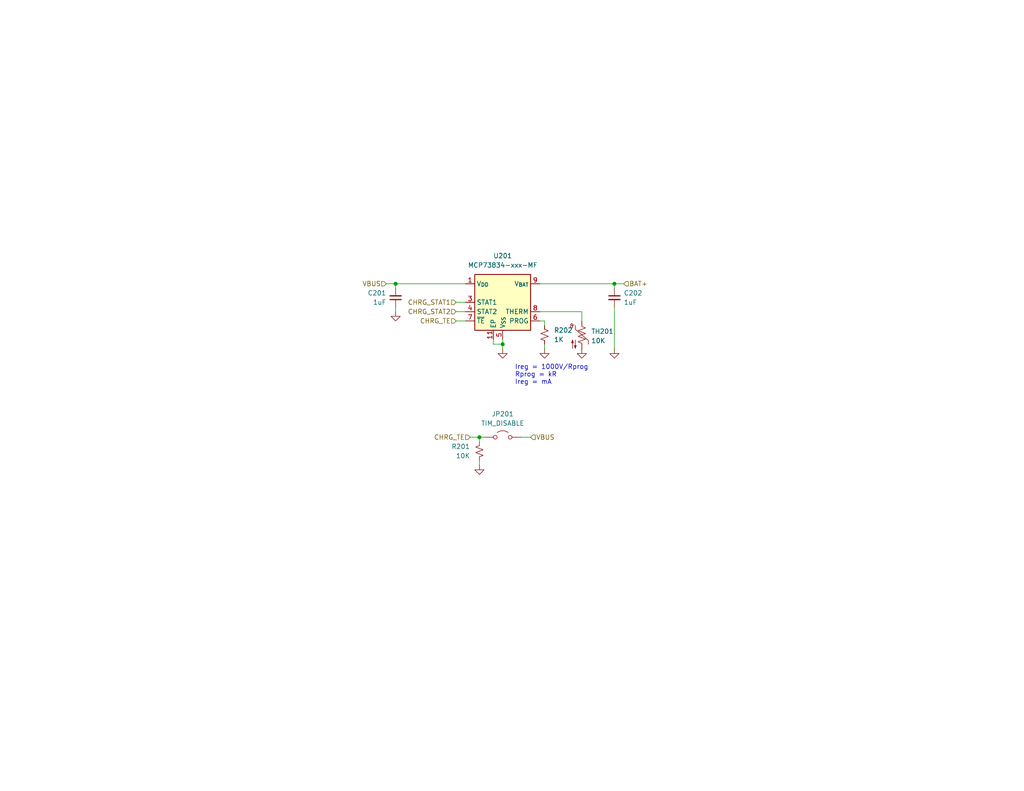
<source format=kicad_sch>
(kicad_sch (version 20231120) (generator "eeschema") (generator_version "8.0")
  (paper "USLetter")
  (title_block (title "BT Bike Light") (date "2024-08-25") (rev "A") (company "Embedded Shark, LLC") (comment 1 "Ben Owen"))
  (lib_symbols
    (symbol "Device:C_Small" (pin_numbers hide) (pin_names (offset 0.254) hide)
      (property "Reference" "C" (at 0.254 1.778 0))
      (property "Value" "C_Small" (at 0.254 -2.032 0))
      (symbol "C_Small_0_1"
        (polyline (pts (xy -1.524 -0.508) (xy 1.524 -0.508)) (stroke (width 0.3302)))
        (polyline (pts (xy -1.524 0.508) (xy 1.524 0.508)) (stroke (width 0.3048)))
      )
      (symbol "C_Small_1_1"
        (pin passive line (at 0 2.54 270) (length 2.032) (name "~") (number "1"))
        (pin passive line (at 0 -2.54 90) (length 2.032) (name "~") (number "2"))
      )
    )
    (symbol "Device:R_Small_US" (pin_numbers hide) (pin_names (offset 0.254) hide)
      (property "Reference" "R" (at 0.762 0.508 0))
      (property "Value" "R_Small_US" (at 0.762 -1.016 0))
      (symbol "R_Small_US_1_1"
        (polyline (pts (xy 0 0) (xy 1.016 -0.381) (xy 0 -0.762) (xy -1.016 -1.143) (xy 0 -1.524)))
        (polyline (pts (xy 0 1.524) (xy 1.016 1.143) (xy 0 0.762) (xy -1.016 0.381) (xy 0 0)))
        (pin passive line (at 0 2.54 270) (length 1.016) (name "~") (number "1"))
        (pin passive line (at 0 -2.54 90) (length 1.016) (name "~") (number "2"))
      )
    )
    (symbol "Device:Thermistor_NTC_US" (pin_numbers hide) (pin_names (offset 0))
      (property "Reference" "TH" (at -4.445 0 90))
      (property "Value" "Thermistor_NTC_US" (at 3.175 0 90))
      (symbol "Thermistor_NTC_US_0_1"
        (arc (start -3.048 2.159) (mid -3.0495 2.3143) (end -3.175 2.413))
        (arc (start -3.048 2.159) (mid -2.9736 1.9794) (end -2.794 1.905))
        (arc (start -3.048 2.794) (mid -2.9736 2.6144) (end -2.794 2.54))
        (arc (start -2.794 1.905) (mid -2.6144 1.9794) (end -2.54 2.159))
        (arc (start -2.794 2.54) (mid -2.4393 2.5587) (end -2.159 2.794))
        (arc (start -2.794 3.048) (mid -2.9736 2.9736) (end -3.048 2.794))
        (arc (start -2.54 2.794) (mid -2.6144 2.9736) (end -2.794 3.048))
        (polyline (pts (xy -2.54 2.159) (xy -2.54 2.794)))
        (polyline (pts (xy 0 -2.286) (xy 0 -2.54)))
        (polyline (pts (xy 0 2.286) (xy 0 2.54)))
        (polyline (pts (xy -1.778 2.54) (xy -1.778 1.524) (xy 1.778 -1.524) (xy 1.778 -2.54)))
        (polyline (pts (xy 0 -0.762) (xy 1.016 -1.143) (xy 0 -1.524) (xy -1.016 -1.905) (xy 0 -2.286)))
        (polyline (pts (xy 0 0.762) (xy 1.016 0.381) (xy 0 0) (xy -1.016 -0.381) (xy 0 -0.762)))
        (polyline (pts (xy 0 2.286) (xy 1.016 1.905) (xy 0 1.524) (xy -1.016 1.143) (xy 0 0.762)))
        (polyline (pts (xy -2.54 -3.683) (xy -2.54 -1.397) (xy -2.794 -2.159) (xy -2.286 -2.159) (xy -2.54 -1.397) (xy -2.54 -1.651)) (fill (type outline)))
        (polyline (pts (xy -1.778 -1.397) (xy -1.778 -3.683) (xy -2.032 -2.921) (xy -1.524 -2.921) (xy -1.778 -3.683) (xy -1.778 -3.429)) (fill (type outline)))
      )
      (symbol "Thermistor_NTC_US_1_1"
        (pin passive line (at 0 3.81 270) (length 1.27) (name "~") (number "1"))
        (pin passive line (at 0 -3.81 90) (length 1.27) (name "~") (number "2"))
      )
    )
    (symbol "Jumper:Jumper_2_Open" (pin_numbers hide) (pin_names (offset 0) hide) (exclude_from_sim yes)
      (property "Reference" "JP" (at 0 2.794 0))
      (property "Value" "Jumper_2_Open" (at 0 -2.286 0))
      (symbol "Jumper_2_Open_0_0"
        (circle (center -2.032 0) (radius 0.508))
        (circle (center 2.032 0) (radius 0.508))
      )
      (symbol "Jumper_2_Open_0_1"
        (arc (start 1.524 1.27) (mid 0 1.778) (end -1.524 1.27))
      )
      (symbol "Jumper_2_Open_1_1"
        (pin passive line (at -5.08 0 0) (length 2.54) (name "A") (number "1"))
        (pin passive line (at 5.08 0 180) (length 2.54) (name "B") (number "2"))
      )
    )
    (symbol "Microchip:MCP73834-xxx-MF"
      (property "Reference" "U" (at -6.35 8.89 0))
      (property "Value" "MCP73834-xxx-MF" (at 10.16 8.89 0))
      (symbol "MCP73834-xxx-MF_1_1"
        (rectangle (start -7.62 7.62) (end 7.62 -7.62) (stroke (width 0.254)) (fill (type background)))
        (pin power_in line (at -10.16 5.08 0) (length 2.54) (name "V_{DD}") (number "1"))
        (pin passive line (at 10.16 5.08 180) (length 2.54) hide (name "V_{BAT}") (number "10"))
        (pin power_in line (at -2.54 -10.16 90) (length 2.54) (name "EP") (number "11"))
        (pin passive line (at -10.16 5.08 0) (length 2.54) hide (name "V_{DD}") (number "2"))
        (pin open_collector line (at -10.16 0 0) (length 2.54) (name "STAT1") (number "3"))
        (pin open_collector line (at -10.16 -2.54 0) (length 2.54) (name "STAT2") (number "4"))
        (pin power_in line (at 0 -10.16 90) (length 2.54) (name "V_{SS}") (number "5"))
        (pin input line (at 10.16 -5.08 180) (length 2.54) (name "PROG") (number "6"))
        (pin open_collector line (at -10.16 -5.08 0) (length 2.54) (name "~{TE}") (number "7"))
        (pin passive line (at 10.16 -2.54 180) (length 2.54) (name "THERM") (number "8"))
        (pin power_out line (at 10.16 5.08 180) (length 2.54) (name "V_{BAT}") (number "9"))
      )
    )
    (symbol "power:GND" (power) (pin_numbers hide) (pin_names (offset 0) hide)
      (property "Value" "GND" (at 0 -3.81 0))
      (symbol "GND_0_1"
        (polyline (pts (xy 0 0) (xy 0 -1.27) (xy 1.27 -1.27) (xy 0 -2.54) (xy -1.27 -1.27) (xy 0 -1.27)))
      )
      (symbol "GND_1_1"
        (pin power_in line (at 0 0 270) (length 0) (name "~") (number "1"))
      )
    )
  )
  (junction (at 107.95 77.47))
  (junction (at 130.81 119.38))
  (junction (at 167.64 77.47))
  (junction (at 137.16 93.98))
  (wire (pts (xy 124.46 82.55) (xy 127 82.55)))
  (wire (pts (xy 130.81 125.73) (xy 130.81 127)))
  (wire (pts (xy 147.32 77.47) (xy 167.64 77.47)))
  (wire (pts (xy 137.16 92.71) (xy 137.16 93.98)))
  (wire (pts (xy 124.46 85.09) (xy 127 85.09)))
  (wire (pts (xy 130.81 119.38) (xy 130.81 120.65)))
  (wire (pts (xy 158.75 85.09) (xy 147.32 85.09)))
  (wire (pts (xy 148.59 88.9) (xy 148.59 87.63)))
  (wire (pts (xy 142.24 119.38) (xy 144.78 119.38)))
  (wire (pts (xy 130.81 119.38) (xy 132.08 119.38)))
  (wire (pts (xy 134.62 93.98) (xy 134.62 92.71)))
  (wire (pts (xy 167.64 77.47) (xy 170.18 77.47)))
  (wire (pts (xy 107.95 77.47) (xy 127 77.47)))
  (wire (pts (xy 107.95 83.82) (xy 107.95 85.09)))
  (wire (pts (xy 137.16 93.98) (xy 134.62 93.98)))
  (wire (pts (xy 158.75 85.09) (xy 158.75 87.63)))
  (wire (pts (xy 107.95 77.47) (xy 107.95 78.74)))
  (wire (pts (xy 128.27 119.38) (xy 130.81 119.38)))
  (wire (pts (xy 105.41 77.47) (xy 107.95 77.47)))
  (wire (pts (xy 167.64 77.47) (xy 167.64 78.74)))
  (wire (pts (xy 124.46 87.63) (xy 127 87.63)))
  (wire (pts (xy 148.59 87.63) (xy 147.32 87.63)))
  (wire (pts (xy 148.59 93.98) (xy 148.59 95.25)))
  (wire (pts (xy 167.64 83.82) (xy 167.64 95.25)))
  (wire (pts (xy 137.16 93.98) (xy 137.16 95.25)))
  (text "Ireg = 1000V/Rprog\nRprog = kR\nIreg = mA" (at 140.462 102.362 0) (effects (font (size 1.27 1.27)) (justify left)))
  (hierarchical_label "VBUS" (shape input) (at 144.78 119.38 0))
  (hierarchical_label "BAT+" (shape input) (at 170.18 77.47 0))
  (hierarchical_label "CHRG_TE" (shape input) (at 128.27 119.38 180))
  (hierarchical_label "VBUS" (shape input) (at 105.41 77.47 180))
  (hierarchical_label "CHRG_STAT2" (shape input) (at 124.46 85.09 180))
  (hierarchical_label "CHRG_STAT1" (shape input) (at 124.46 82.55 180))
  (hierarchical_label "CHRG_TE" (shape input) (at 124.46 87.63 180))
  (symbol (lib_id "Device:R_Small_US") (at 130.81 123.19 0) (mirror y) (unit 1)
    (property "Reference" "R201" (at 128.27 121.9199 0) (effects (justify left)))
    (property "Value" "10K" (at 128.27 124.4599 0) (effects (justify left)))
    (property "Footprint" "Resistor_SMD:R_0402_1005Metric" (effects (hide yes)))
    (property "Description" "Resistor, small US symbol" (effects (hide yes)))
  )
  (symbol (lib_id "power:GND") (at 130.81 127 0) (unit 1)
    (property "Reference" "#PWR0202" (effects (hide yes)))
    (property "Value" "GND" (effects (hide yes)))
    (property "Description" "Power symbol creates a global label with name \"GND\" , ground" (effects (hide yes)))
  )
  (symbol (lib_id "power:GND") (at 107.95 85.09 0) (unit 1)
    (property "Reference" "#PWR0201" (effects (hide yes)))
    (property "Value" "GND" (effects (hide yes)))
    (property "Description" "Power symbol creates a global label with name \"GND\" , ground" (effects (hide yes)))
  )
  (symbol (lib_id "power:GND") (at 137.16 95.25 0) (unit 1)
    (property "Reference" "#PWR0203" (effects (hide yes)))
    (property "Value" "GND" (effects (hide yes)))
    (property "Description" "Power symbol creates a global label with name \"GND\" , ground" (effects (hide yes)))
  )
  (symbol (lib_id "Device:C_Small") (at 167.64 81.28 0) (unit 1)
    (property "Reference" "C202" (at 170.18 80.0162 0) (effects (justify left)))
    (property "Value" "1uF" (at 170.18 82.5562 0) (effects (justify left)))
    (property "Footprint" "Capacitor_SMD:C_0402_1005Metric" (effects (hide yes)))
    (property "Description" "Unpolarized capacitor, small symbol" (effects (hide yes)))
  )
  (symbol (lib_id "Device:Thermistor_NTC_US") (at 158.75 91.44 0) (unit 1)
    (property "Reference" "TH201" (at 161.29 90.4874 0) (effects (justify left)))
    (property "Value" "10K" (at 161.29 93.0274 0) (effects (justify left)))
    (property "Footprint" "Resistor_SMD:R_0402_1005Metric" (effects (hide yes)))
    (property "Description" "Temperature dependent resistor, negative temperature coefficient, US symbol" (effects (hide yes)))
  )
  (symbol (lib_id "Device:R_Small_US") (at 148.59 91.44 0) (unit 1)
    (property "Reference" "R202" (at 151.13 90.1699 0) (effects (justify left)))
    (property "Value" "1K" (at 151.13 92.7099 0) (effects (justify left)))
    (property "Footprint" "Resistor_SMD:R_0402_1005Metric" (effects (hide yes)))
    (property "Description" "Resistor, small US symbol" (effects (hide yes)))
  )
  (symbol (lib_id "power:GND") (at 158.75 95.25 0) (unit 1)
    (property "Reference" "#PWR0205" (effects (hide yes)))
    (property "Value" "GND" (effects (hide yes)))
    (property "Description" "Power symbol creates a global label with name \"GND\" , ground" (effects (hide yes)))
  )
  (symbol (lib_id "power:GND") (at 167.64 95.25 0) (unit 1)
    (property "Reference" "#PWR0206" (effects (hide yes)))
    (property "Value" "GND" (effects (hide yes)))
    (property "Description" "Power symbol creates a global label with name \"GND\" , ground" (effects (hide yes)))
  )
  (symbol (lib_id "Jumper:Jumper_2_Open") (at 137.16 119.38 0) (unit 1) (exclude_from_sim yes)
    (property "Reference" "JP201" (at 137.16 113.03 0))
    (property "Value" "TIM_DISABLE" (at 137.16 115.57 0))
    (property "Footprint" "Jumper:SolderJumper-2_P1.3mm_Open_TrianglePad1.0x1.5mm" (effects (hide yes)))
    (property "Description" "Jumper, 2-pole, open" (effects (hide yes)))
  )
  (symbol (lib_id "power:GND") (at 148.59 95.25 0) (unit 1)
    (property "Reference" "#PWR0204" (effects (hide yes)))
    (property "Value" "GND" (effects (hide yes)))
    (property "Description" "Power symbol creates a global label with name \"GND\" , ground" (effects (hide yes)))
  )
  (symbol (lib_id "Device:C_Small") (at 107.95 81.28 0) (mirror x) (unit 1)
    (property "Reference" "C201" (at 105.41 80.0035 0) (effects (justify right)))
    (property "Value" "1uF" (at 105.41 82.5435 0) (effects (justify right)))
    (property "Footprint" "Capacitor_SMD:C_0402_1005Metric" (effects (hide yes)))
    (property "Description" "Unpolarized capacitor, small symbol" (effects (hide yes)))
  )
  (symbol (lib_id "Microchip:MCP73834-xxx-MF") (at 137.16 82.55 0) (unit 1)
    (property "Reference" "U201" (at 137.16 69.85 0))
    (property "Value" "MCP73834-xxx-MF" (at 137.16 72.39 0))
    (property "Footprint" "Package_DFN_QFN:DFN-10-1EP_3x3mm_P0.5mm_EP1.58x2.35mm" (effects (hide yes)))
    (property "Datasheet" "https://ww1.microchip.com/downloads/en/DeviceDoc/22005b.pdf" (effects (hide yes)))
    (property "Description" "Stand-Alone Linear Li-Ion / Li-Polymer Charge Management Controller, DFN-10" (effects (hide yes)))
  )
)
</source>
